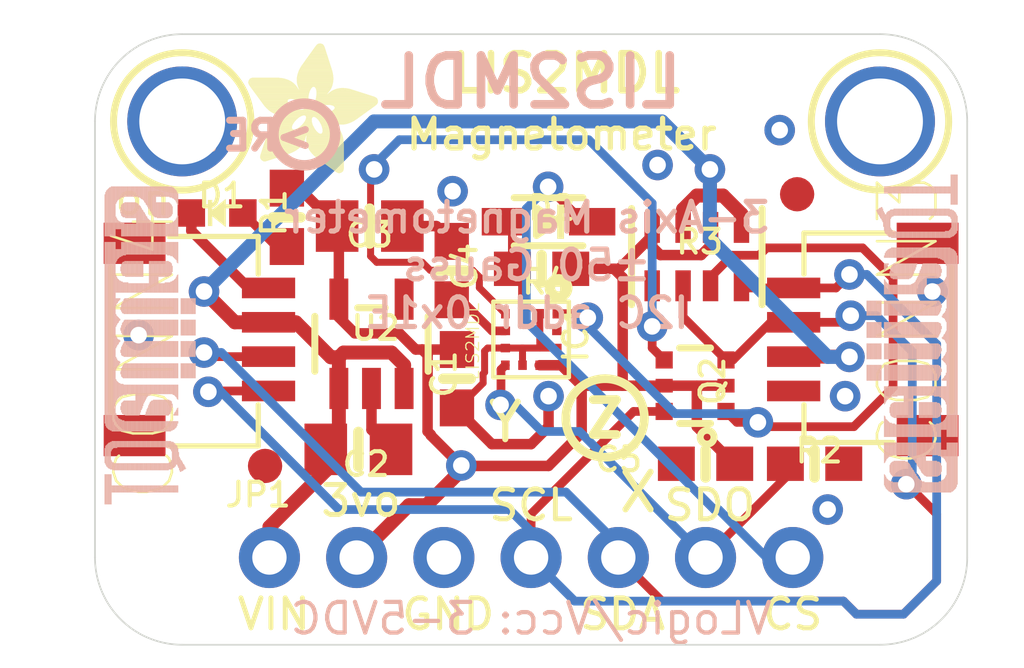
<source format=kicad_pcb>
(kicad_pcb (version 20211014) (generator pcbnew)
  (layers (0 "F.Cu" signal) (31 "B.Cu" signal) (34 "B.Paste" user) (35 "F.Paste" user) (36 "B.SilkS" user "B.Silkscreen") (37 "F.SilkS" user "F.Silkscreen") (38 "B.Mask" user) (39 "F.Mask" user) (44 "Edge.Cuts" user))
  (net 0 "")
  (net 1 "GND")
  (net 2 "3.3V")
  (net 3 "VCC")
  (net 4 "N$1")
  (net 5 "SDO")
  (net 6 "SDA_3V")
  (net 7 "SCL_3V")
  (net 8 "SCL")
  (net 9 "SDA")
  (net 10 "CS_3V")
  (net 11 "CS")
  (net 12 "CAP")
  (footprint "boardEagle:1X07_ROUND_70" (layer "F.Cu") (at 148.5011 111.3536)
    (fp_text reference "JP1" (at -8.9662 -1.8288) (layer "F.SilkS") (effects (font (size 0.692831 0.692831) (thickness 0.119969)) (justify left)))
    (fp_text value "")
    (pad "1" thru_hole circle (at -7.62 0 90) (size 1.778 1.778) (drill 1) (layers *.Cu *.Mask) (net 3 "VCC"))
    (pad "2" thru_hole circle (at -5.08 0 90) (size 1.778 1.778) (drill 1) (layers *.Cu *.Mask) (net 2 "3.3V"))
    (pad "3" thru_hole circle (at -2.54 0 90) (size 1.778 1.778) (drill 1) (layers *.Cu *.Mask) (net 1 "GND"))
    (pad "4" thru_hole circle (at 0 0 90) (size 1.778 1.778) (drill 1) (layers *.Cu *.Mask) (net 8 "SCL"))
    (pad "5" thru_hole circle (at 2.54 0 90) (size 1.778 1.778) (drill 1) (layers *.Cu *.Mask) (net 9 "SDA"))
    (pad "6" thru_hole circle (at 5.08 0 90) (size 1.778 1.778) (drill 1) (layers *.Cu *.Mask) (net 5 "SDO"))
    (pad "7" thru_hole circle (at 7.62 0 90) (size 1.778 1.778) (drill 1) (layers *.Cu *.Mask) (net 11 "CS"))
  )
  (footprint "boardEagle:ADAFRUIT_3.5MM" (layer "F.Cu") (at 140.2461 100.1776)
    (fp_text reference "U$11" hide)
    (fp_text value "" hide)
  )
  (footprint "boardEagle:CHIPLED_0603_NOOUTLINE" (layer "F.Cu") (at 139.3571 101.3206 90)
    (fp_text reference "D1" (at 0.508 0.889) (layer "F.SilkS") (effects (font (size 0.692831 0.692831) (thickness 0.119969)) (justify right)))
    (fp_text value "GREEN")
    (pad "A" smd rect (at 0 0.75 90) (size 0.8 0.8) (layers "F.Cu" "F.Paste" "F.Mask") (net 4 "N$1"))
    (pad "C" smd rect (at 0 -0.75 90) (size 0.8 0.8) (layers "F.Cu" "F.Paste" "F.Mask") (net 1 "GND"))
  )
  (footprint "boardEagle:LGA12_2X2MM" (layer "F.Cu") (at 148.5011 105.0036 -90)
    (fp_text reference "IC1" (at -1.1 -1.3 90) (layer "F.SilkS") (effects (font (size 0.692831 0.692831) (thickness 0.119969)) (justify right)))
    (fp_text value "LIS2MDL" (at -1.1 1.7 90) (layer "F.SilkS") (effects (font (size 0.369824 0.369824) (thickness 0.036576)) (justify right)))
    (pad "1" smd rect (at -0.75 -0.75 270) (size 0.275 0.25) (layers "F.Cu" "F.Paste" "F.Mask") (net 7 "SCL_3V"))
    (pad "2" smd rect (at -0.75 -0.25 270) (size 0.275 0.25) (layers "F.Cu" "F.Paste" "F.Mask") (net 1 "GND"))
    (pad "3" smd rect (at -0.75 0.25 270) (size 0.275 0.25) (layers "F.Cu" "F.Paste" "F.Mask") (net 10 "CS_3V"))
    (pad "4" smd rect (at -0.75 0.75 270) (size 0.275 0.25) (layers "F.Cu" "F.Paste" "F.Mask") (net 6 "SDA_3V"))
    (pad "5" smd rect (at -0.25 0.75) (size 0.275 0.25) (layers "F.Cu" "F.Paste" "F.Mask") (net 12 "CAP"))
    (pad "6" smd rect (at 0.25 0.75) (size 0.275 0.25) (layers "F.Cu" "F.Paste" "F.Mask") (net 1 "GND"))
    (pad "7" smd rect (at 0.75 0.75 90) (size 0.275 0.25) (layers "F.Cu" "F.Paste" "F.Mask") (net 5 "SDO"))
    (pad "8" smd rect (at 0.75 0.25 90) (size 0.275 0.25) (layers "F.Cu" "F.Paste" "F.Mask") (net 1 "GND"))
    (pad "9" smd rect (at 0.75 -0.25 90) (size 0.275 0.25) (layers "F.Cu" "F.Paste" "F.Mask") (net 2 "3.3V"))
    (pad "10" smd rect (at 0.75 -0.75 90) (size 0.275 0.25) (layers "F.Cu" "F.Paste" "F.Mask") (net 2 "3.3V"))
    (pad "11" smd rect (at 0.25 -0.75 180) (size 0.275 0.25) (layers "F.Cu" "F.Paste" "F.Mask") (net 1 "GND"))
    (pad "12" smd rect (at -0.25 -0.75 180) (size 0.275 0.25) (layers "F.Cu" "F.Paste" "F.Mask") (net 1 "GND"))
  )
  (footprint "" (layer "F.Cu") (at 158.6611 111.3536)
    (fp_text reference "@HOLE1" hide)
    (fp_text value "" (at 0 0) (layer "F.SilkS") (effects (font (size 1.27 1.27))))
    (pad "" np_thru_hole circle (at 0 0) (size 2.54 2.54) (drill 2.54) (layers *.Cu *.Mask))
  )
  (footprint "boardEagle:0805-NO" (layer "F.Cu") (at 143.8021 101.7016)
    (fp_text reference "C3" (at -0.762 0.254) (layer "F.SilkS") (effects (font (size 0.692831 0.692831) (thickness 0.119969)) (justify left)))
    (fp_text value "10uF")
    (pad "1" smd rect (at -0.95 0) (size 1.24 1.5) (layers "F.Cu" "F.Paste" "F.Mask") (net 2 "3.3V"))
    (pad "2" smd rect (at 0.95 0) (size 1.24 1.5) (layers "F.Cu" "F.Paste" "F.Mask") (net 1 "GND"))
  )
  (footprint "boardEagle:FIDUCIAL_1MM" (layer "F.Cu") (at 140.7541 108.6866)
    (fp_text reference "FID3" hide)
    (fp_text value "FIDUCIAL_1MM" hide)
    (pad "1" smd roundrect (at 0 0) (size 1 1) (layers "F.Cu" "F.Mask") (roundrect_rratio 0.5))
  )
  (footprint "boardEagle:0603-NO" (layer "F.Cu") (at 156.7561 108.6231 180)
    (fp_text reference "R2" (at -0.889 0.381) (layer "F.SilkS") (effects (font (size 0.692831 0.692831) (thickness 0.119969)) (justify right)))
    (fp_text value "10K")
    (pad "1" smd rect (at -0.85 0 180) (size 1.075 1) (layers "F.Cu" "F.Paste" "F.Mask") (net 1 "GND"))
    (pad "2" smd rect (at 0.85 0 180) (size 1.075 1) (layers "F.Cu" "F.Paste" "F.Mask") (net 5 "SDO"))
  )
  (footprint "boardEagle:0603-NO" (layer "F.Cu") (at 153.5811 108.6231 180)
    (fp_text reference "C5" (at 1.778 0.127) (layer "F.SilkS") (effects (font (size 0.692831 0.692831) (thickness 0.119969)) (justify right)))
    (fp_text value "1uF")
    (pad "1" smd rect (at -0.85 0 180) (size 1.075 1) (layers "F.Cu" "F.Paste" "F.Mask") (net 2 "3.3V"))
    (pad "2" smd rect (at 0.85 0 180) (size 1.075 1) (layers "F.Cu" "F.Paste" "F.Mask") (net 1 "GND"))
  )
  (footprint "boardEagle:FIDUCIAL_1MM" (layer "F.Cu") (at 156.2481 100.7745)
    (fp_text reference "FID4" hide)
    (fp_text value "FIDUCIAL_1MM" hide)
    (pad "1" smd roundrect (at 0 0) (size 1 1) (layers "F.Cu" "F.Mask") (roundrect_rratio 0.5))
  )
  (footprint "boardEagle:0805-NO" (layer "F.Cu") (at 143.4719 108.204)
    (fp_text reference "C2" (at -0.5334 0.4318) (layer "F.SilkS") (effects (font (size 0.692831 0.692831) (thickness 0.119969)) (justify left)))
    (fp_text value "10uF")
    (pad "1" smd rect (at -0.95 0) (size 1.24 1.5) (layers "F.Cu" "F.Paste" "F.Mask") (net 3 "VCC"))
    (pad "2" smd rect (at 0.95 0) (size 1.24 1.5) (layers "F.Cu" "F.Paste" "F.Mask") (net 1 "GND"))
  )
  (footprint "boardEagle:SOD-323" (layer "F.Cu") (at 149.0091 101.5746 180)
    (fp_text reference "D2" (at -0.846 0.397) (layer "F.SilkS") (effects (font (size 0.692831 0.692831) (thickness 0.119969)) (justify right)))
    (fp_text value "1N4148")
    (pad "A" smd rect (at 1.27 0 180) (size 1.35 0.8) (layers "F.Cu" "F.Paste" "F.Mask") (net 10 "CS_3V"))
    (pad "C" smd rect (at -1.27 0 180) (size 1.35 0.8) (layers "F.Cu" "F.Paste" "F.Mask") (net 11 "CS"))
  )
  (footprint "boardEagle:0603-NO" (layer "F.Cu") (at 141.3891 101.4476 -90)
    (fp_text reference "R1" (at -0.889 0.381 90) (layer "F.SilkS") (effects (font (size 0.692831 0.692831) (thickness 0.119969)) (justify right)))
    (fp_text value "10K")
    (pad "1" smd rect (at -0.85 0 270) (size 1.075 1) (layers "F.Cu" "F.Paste" "F.Mask") (net 2 "3.3V"))
    (pad "2" smd rect (at 0.85 0 270) (size 1.075 1) (layers "F.Cu" "F.Paste" "F.Mask") (net 4 "N$1"))
  )
  (footprint "boardEagle:JST_SH4" (layer "F.Cu") (at 158.6611 105.0036 90)
    (fp_text reference "CONN3" (at -3.838 0.831 90) (layer "F.SilkS") (effects (font (size 1.703222 1.703222) (thickness 0.074778)) (justify left)))
    (fp_text value "STEMMA_I2C_QT" hide)
    (pad "1" smd rect (at -1.5 -2.514 180) (size 1.55 0.6) (layers "F.Cu" "F.Paste" "F.Mask") (net 1 "GND"))
    (pad "2" smd rect (at -0.5 -2.514 180) (size 1.55 0.6) (layers "F.Cu" "F.Paste" "F.Mask") (net 3 "VCC"))
    (pad "3" smd rect (at 0.5 -2.514 180) (size 1.55 0.6) (layers "F.Cu" "F.Paste" "F.Mask") (net 9 "SDA"))
    (pad "4" smd rect (at 1.5 -2.514 180) (size 1.55 0.6) (layers "F.Cu" "F.Paste" "F.Mask") (net 8 "SCL"))
    (pad "MT1" smd rect (at -2.8 1.386 180) (size 1.8 1.2) (layers "F.Cu" "F.Paste" "F.Mask") (net 1 "GND"))
    (pad "MT2" smd rect (at 2.8 1.386 180) (size 1.8 1.2) (layers "F.Cu" "F.Paste" "F.Mask") (net 1 "GND"))
  )
  (footprint "boardEagle:SOT363" (layer "F.Cu") (at 153.2763 106.3498 90)
    (fp_text reference "Q2" (at -0.635 0.508 90) (layer "F.SilkS") (effects (font (size 0.692831 0.692831) (thickness 0.119969)) (justify left)))
    (fp_text value "BSS138")
    (pad "1" smd rect (at -0.75 0.9 90) (size 0.5 0.5) (layers "F.Cu" "F.Paste" "F.Mask") (net 7 "SCL_3V"))
    (pad "2" smd rect (at 0 0.9 90) (size 0.4 0.5) (layers "F.Cu" "F.Paste" "F.Mask") (net 2 "3.3V"))
    (pad "3" smd rect (at 0.75 0.9 90) (size 0.5 0.5) (layers "F.Cu" "F.Paste" "F.Mask") (net 9 "SDA"))
    (pad "4" smd rect (at 0.75 -0.9 90) (size 0.5 0.5) (layers "F.Cu" "F.Paste" "F.Mask") (net 6 "SDA_3V"))
    (pad "5" smd rect (at 0 -0.9 90) (size 0.4 0.5) (layers "F.Cu" "F.Paste" "F.Mask") (net 2 "3.3V"))
    (pad "6" smd rect (at -0.75 -0.9 90) (size 0.5 0.5) (layers "F.Cu" "F.Paste" "F.Mask") (net 8 "SCL"))
  )
  (footprint "boardEagle:MOUNTINGHOLE_2.5_PLATED" (layer "F.Cu") (at 158.6611 98.6536)
    (fp_text reference "U$17" hide)
    (fp_text value "MOUNTINGHOLE2.5" hide)
    (pad "P$1" thru_hole circle (at 0 0) (size 3.2 3.2) (drill 2.5) (layers *.Cu *.Mask))
  )
  (footprint "boardEagle:0603-NO" (layer "F.Cu") (at 148.8059 102.9462)
    (fp_text reference "R4" (at -0.635 0.381) (layer "F.SilkS") (effects (font (size 0.692831 0.692831) (thickness 0.119969)) (justify left)))
    (fp_text value "10K")
    (pad "1" smd rect (at -0.85 0) (size 1.075 1) (layers "F.Cu" "F.Paste" "F.Mask") (net 10 "CS_3V"))
    (pad "2" smd rect (at 0.85 0) (size 1.075 1) (layers "F.Cu" "F.Paste" "F.Mask") (net 2 "3.3V"))
  )
  (footprint "boardEagle:RESPACK_4X0603" (layer "F.Cu") (at 153.3271 102.5906 180)
    (fp_text reference "R3" (at -0.838 0.432) (layer "F.SilkS") (effects (font (size 0.692831 0.692831) (thickness 0.119969)) (justify right)))
    (fp_text value "10K")
    (pad "1" smd rect (at -1.3 0.85 180) (size 0.45 0.9) (layers "F.Cu" "F.Paste" "F.Mask") (net 3 "VCC"))
    (pad "2" smd rect (at -0.4 0.85 180) (size 0.45 0.9) (layers "F.Cu" "F.Paste" "F.Mask") (net 2 "3.3V"))
    (pad "3" smd rect (at 0.4 0.85 180) (size 0.45 0.9) (layers "F.Cu" "F.Paste" "F.Mask") (net 3 "VCC"))
    (pad "4" smd rect (at 1.3 0.85 180) (size 0.45 0.9) (layers "F.Cu" "F.Paste" "F.Mask") (net 2 "3.3V"))
    (pad "5" smd rect (at 1.3 -0.85 180) (size 0.45 0.9) (layers "F.Cu" "F.Paste" "F.Mask") (net 6 "SDA_3V"))
    (pad "6" smd rect (at 0.4 -0.85 180) (size 0.45 0.9) (layers "F.Cu" "F.Paste" "F.Mask") (net 9 "SDA"))
    (pad "7" smd rect (at -0.4 -0.85 180) (size 0.45 0.9) (layers "F.Cu" "F.Paste" "F.Mask") (net 7 "SCL_3V"))
    (pad "8" smd rect (at -1.3 -0.85 180) (size 0.45 0.9) (layers "F.Cu" "F.Paste" "F.Mask") (net 8 "SCL"))
  )
  (footprint "boardEagle:SOT23-5" (layer "F.Cu") (at 143.8529 105.1306)
    (fp_text reference "U2" (at 0.8922 -0.4572) (layer "F.SilkS") (effects (font (size 0.692831 0.692831) (thickness 0.119969)) (justify right)))
    (fp_text value "AP2112K-3.3")
    (pad "1" smd rect (at -0.95 1.3001) (size 0.55 1.2) (layers "F.Cu" "F.Paste" "F.Mask") (net 3 "VCC"))
    (pad "2" smd rect (at 0 1.3001) (size 0.55 1.2) (layers "F.Cu" "F.Paste" "F.Mask") (net 1 "GND"))
    (pad "3" smd rect (at 0.95 1.3001) (size 0.55 1.2) (layers "F.Cu" "F.Paste" "F.Mask") (net 3 "VCC"))
    (pad "4" smd rect (at 0.95 -1.3001) (size 0.55 1.2) (layers "F.Cu" "F.Paste" "F.Mask"))
    (pad "5" smd rect (at -0.95 -1.3001) (size 0.55 1.2) (layers "F.Cu" "F.Paste" "F.Mask") (net 2 "3.3V"))
  )
  (footprint "boardEagle:JST_SH4" (layer "F.Cu") (at 138.3411 105.0036 -90)
    (fp_text reference "CONN4" (at -3.965 1.085 90) (layer "F.SilkS") (effects (font (size 1.703222 1.703222) (thickness 0.074778)) (justify right)))
    (fp_text value "STEMMA_I2C_QT" hide)
    (pad "1" smd rect (at -1.5 -2.514) (size 1.55 0.6) (layers "F.Cu" "F.Paste" "F.Mask") (net 1 "GND"))
    (pad "2" smd rect (at -0.5 -2.514) (size 1.55 0.6) (layers "F.Cu" "F.Paste" "F.Mask") (net 3 "VCC"))
    (pad "3" smd rect (at 0.5 -2.514) (size 1.55 0.6) (layers "F.Cu" "F.Paste" "F.Mask") (net 9 "SDA"))
    (pad "4" smd rect (at 1.5 -2.514) (size 1.55 0.6) (layers "F.Cu" "F.Paste" "F.Mask") (net 8 "SCL"))
    (pad "MT1" smd rect (at -2.8 1.386) (size 1.8 1.2) (layers "F.Cu" "F.Paste" "F.Mask") (net 1 "GND"))
    (pad "MT2" smd rect (at 2.8 1.386) (size 1.8 1.2) (layers "F.Cu" "F.Paste" "F.Mask") (net 1 "GND"))
  )
  (footprint "" (layer "F.Cu") (at 138.3411 111.3536)
    (fp_text reference "@HOLE0" hide)
    (fp_text value "" (at 0 0) (layer "F.SilkS") (effects (font (size 1.27 1.27))))
    (pad "" np_thru_hole circle (at 0 0) (size 2.54 2.54) (drill 2.54) (layers *.Cu *.Mask))
  )
  (footprint "boardEagle:MOUNTINGHOLE_2.5_PLATED" (layer "F.Cu") (at 138.3411 98.6536)
    (fp_text reference "U$1" hide)
    (fp_text value "MOUNTINGHOLE2.5" hide)
    (pad "P$1" thru_hole circle (at 0 0) (size 3.2 3.2) (drill 2.5) (layers *.Cu *.Mask))
  )
  (footprint "boardEagle:0603-NO" (layer "F.Cu") (at 146.3421 106.1466 -90)
    (fp_text reference "C1" (at -0.889 0.381 90) (layer "F.SilkS") (effects (font (size 0.692831 0.692831) (thickness 0.119969)) (justify right)))
    (fp_text value "0.1uF")
    (pad "1" smd rect (at -0.85 0 270) (size 1.075 1) (layers "F.Cu" "F.Paste" "F.Mask") (net 2 "3.3V"))
    (pad "2" smd rect (at 0.85 0 270) (size 1.075 1) (layers "F.Cu" "F.Paste" "F.Mask") (net 1 "GND"))
  )
  (footprint "boardEagle:0603-NO" (layer "F.Cu") (at 146.1897 102.997 90)
    (fp_text reference "C4" (at -0.635 0.381 90) (layer "F.SilkS") (effects (font (size 0.692831 0.692831) (thickness 0.119969)) (justify left)))
    (fp_text value "0.1uF")
    (pad "1" smd rect (at -0.85 0 90) (size 1.075 1) (layers "F.Cu" "F.Paste" "F.Mask") (net 12 "CAP"))
    (pad "2" smd rect (at 0.85 0 90) (size 1.075 1) (layers "F.Cu" "F.Paste" "F.Mask") (net 1 "GND"))
  )
  (footprint "boardEagle:STEMMAQT" (layer "B.Cu") (at 158.2801 109.4486 90)
    (fp_text reference "U$30" hide)
    (fp_text value "" hide)
  )
  (footprint "boardEagle:PCBFEAT-REV-040" (layer "B.Cu") (at 141.8971 99.0346 180)
    (fp_text reference "U$25" hide)
    (fp_text value "" hide)
    (fp_text user ">REV" (at -0.3556 -0.508) (layer "B.SilkS") (effects (font (size 0.8128 0.8128) (thickness 0.2032)) (justify left bottom mirror)))
  )
  (footprint "boardEagle:STEMMAQT" (layer "B.Cu") (at 138.7221 100.5586 -90)
    (fp_text reference "U$31" hide)
    (fp_text value "" hide)
  )
  (gr_arc (start 150.6561 106.1456) (mid 151.464323 106.480377) (end 151.7991 107.2886) (layer "F.SilkS") (width 0.254))
  (gr_arc (start 150.6561 108.4316) (mid 149.842013 108.102687) (end 149.5131 107.2886) (layer "F.SilkS") (width 0.254))
  (gr_arc (start 149.5131 107.2886) (mid 149.847877 106.480377) (end 150.6561 106.1456) (layer "F.SilkS") (width 0.254))
  (gr_arc (start 151.7991 107.2886) (mid 151.464323 108.096823) (end 150.6561 108.4316) (layer "F.SilkS") (width 0.254))
  (gr_arc (start 161.2011 111.3536) (mid 160.457151 113.149651) (end 158.6611 113.8936) (layer "Edge.Cuts") (width 0.05))
  (gr_arc (start 138.3411 113.8936) (mid 136.545049 113.149651) (end 135.8011 111.3536) (layer "Edge.Cuts") (width 0.05))
  (gr_line (start 161.2011 111.3536) (end 161.2011 98.6536) (layer "Edge.Cuts") (width 0.05))
  (gr_line (start 138.3411 113.8936) (end 158.6611 113.8936) (layer "Edge.Cuts") (width 0.05))
  (gr_line (start 135.8011 98.6536) (end 135.8011 111.3536) (layer "Edge.Cuts") (width 0.05))
  (gr_arc (start 158.6611 96.1136) (mid 160.457151 96.857549) (end 161.2011 98.6536) (layer "Edge.Cuts") (width 0.05))
  (gr_arc (start 135.8011 98.6536) (mid 136.545049 96.857549) (end 138.3411 96.1136) (layer "Edge.Cuts") (width 0.05))
  (gr_line (start 158.6611 96.1136) (end 138.3411 96.1136) (layer "Edge.Cuts") (width 0.05))
  (gr_text "LIS2MDL" (at 148.5011 97.5106) (layer "B.SilkS") (effects (font (size 1.42494 1.42494) (thickness 0.25146)) (justify mirror)))
  (gr_text "3-Axis Magnetometer\n±50 Gauss\nI2C addr 0x1E" (at 148.3741 102.8446) (layer "B.SilkS") (effects (font (size 0.8636 0.8636) (thickness 0.1524)) (justify mirror)))
  (gr_text "VLogic/Vcc: 3-5VDC" (at 148.5011 113.1316) (layer "B.SilkS") (effects (font (size 0.89408 0.89408) (thickness 0.12192)) (justify mirror)))
  (gr_text "X" (at 152.2516 108.8146) (layer "F.SilkS") (effects (font (size 1.0922 1.0922) (thickness 0.1778)) (justify right top)))
  (gr_text "Y" (at 147.1636 108.0506) (layer "F.SilkS") (effects (font (size 1.0922 1.0922) (thickness 0.1778)) (justify left bottom)))
  (gr_text "SCL" (at 148.5011 109.8296) (layer "F.SilkS") (effects (font (size 0.87376 0.87376) (thickness 0.14224))))
  (gr_text "3vo" (at 143.5481 109.7026) (layer "F.SilkS") (effects (font (size 0.87376 0.87376) (thickness 0.14224))))
  (gr_text "CS" (at 156.1211 113.0046) (layer "F.SilkS") (effects (font (size 0.87376 0.87376) (thickness 0.14224))))
  (gr_text "on" (at 136.3091 101.4476) (layer "F.SilkS") (effects (font (size 0.89408 0.89408) (thickness 0.12192)) (justify left bottom)))
  (gr_text "LIS2MDL" (at 149.5171 97.2566) (layer "F.SilkS") (effects (font (size 1.0795 1.0795) (thickness 0.1905))))
  (gr_text "Magnetometer" (at 149.3901 99.0346) (layer "F.SilkS") (effects (font (size 0.8636 0.8636) (thickness 0.1524))))
  (gr_text "VIN" (at 141.0081 113.0046) (layer "F.SilkS") (effects (font (size 0.87376 0.87376) (thickness 0.14224))))
  (gr_text "SDA" (at 151.1681 113.0046) (layer "F.SilkS") (effects (font (size 0.87376 0.87376) (thickness 0.14224))))
  (gr_text "Z" (at 151.2991 106.7191) (layer "F.SilkS") (effects (font (size 1.016 1.016) (thickness 0.254)) (justify right top)))
  (gr_text "GND" (at 146.0881 113.0046) (layer "F.SilkS") (effects (font (size 0.87376 0.87376) (thickness 0.14224))))
  (gr_text "SDO" (at 153.7081 109.8296) (layer "F.SilkS") (effects (font (size 0.87376 0.87376) (thickness 0.14224))))
  (segment (start 146.3421 106.9966) (end 146.3421 107.0356) (width 0.3048) (layer "F.Cu") (net 1))
  (segment (start 147.1041 106.2736) (end 146.3811 106.9966) (width 0.2032) (layer "F.Cu") (net 1))
  (segment (start 145.7443 101.7016) (end 144.7521 101.7016) (width 0.3048) (layer "F.Cu") (net 1))
  (segment (start 148.7551 104.2576) (end 148.7551 105.2536) (width 0.2032) (layer "F.Cu") (net 1))
  (segment (start 148.2511 105.7536) (end 148.2511 105.2616) (width 0.2032) (layer "F.Cu") (net 1))
  (segment (start 146.3421 107.0356) (end 147.3581 108.0516) (width 0.3048) (layer "F.Cu") (net 1))
  (segment (start 147.1469 105.3418) (end 147.1469 105.96035) (width 0.2032) (layer "F.Cu") (net 1))
  (segment (start 148.2431 105.2536) (end 147.7511 105.2536) (width 0.2032) (layer "F.Cu") (net 1))
  (segment (start 148.7511 104.2536) (end 148.7551 104.2576) (width 0.2032) (layer "F.Cu") (net 1))
  (segment (start 147.1041 106.00315) (end 147.1041 106.2736) (width 0.2032) (layer "F.Cu") (net 1))
  (segment (start 138.6071 101.8406) (end 140.2701 103.5036) (width 0.3048) (layer "F.Cu") (net 1))
  (segment (start 143.8529 107.635) (end 144.4219 108.204) (width 0.3048) (layer "F.Cu") (net 1))
  (segment (start 146.3811 106.9966) (end 146.3421 106.9966) (width 0.2032) (layer "F.Cu") (net 1))
  (segment (start 148.7551 105.2536) (end 149.2511 105.2536) (width 0.2032) (layer "F.Cu") (net 1))
  (segment (start 147.7511 105.2536) (end 147.2351 105.2536) (width 0.2032) (layer "F.Cu") (net 1))
  (segment (start 143.8529 106.4307) (end 143.8529 107.635) (width 0.3048) (layer "F.Cu") (net 1))
  (segment (start 147.3581 108.0516) (end 148.5011 108.0516) (width 0.3048) (layer "F.Cu") (net 1))
  (segment (start 148.5011 108.0516) (end 149.0091 107.5436) (width 0.3048) (layer "F.Cu") (net 1))
  (segment (start 146.1897 102.147) (end 145.7443 101.7016) (width 0.3048) (layer "F.Cu") (net 1))
  (segment (start 147.1469 105.96035) (end 147.1041 106.00315) (width 0.2032) (layer "F.Cu") (net 1))
  (segment (start 148.2591 105.2536) (end 148.7551 105.2536) (width 0.2032) (layer "F.Cu") (net 1))
  (segment (start 138.6071 101.3206) (end 138.6071 101.8406) (width 0.3048) (layer "F.Cu") (net 1))
  (segment (start 147.2351 105.2536) (end 147.1469 105.3418) (width 0.2032) (layer "F.Cu") (net 1))
  (segment (start 149.0091 107.5436) (end 149.0091 106.6546) (width 0.3048) (layer "F.Cu") (net 1))
  (segment (start 140.2701 103.5036) (end 140.8551 103.5036) (width 0.3048) (layer "F.Cu") (net 1))
  (segment (start 148.2511 105.2616) (end 148.2431 105.2536) (width 0.2032) (layer "F.Cu") (net 1))
  (segment (start 148.2511 105.2616) (end 148.2591 105.2536) (width 0.2032) (layer "F.Cu") (net 1))
  (via (at 157.6451 106.6546) (size 0.889) (drill 0.4826) (layers "F.Cu" "B.Cu") (net 1))
  (via (at 146.2151 100.6856) (size 0.889) (drill 0.4826) (layers "F.Cu" "B.Cu") (net 1))
  (via (at 160.1851 103.6066) (size 0.889) (drill 0.4826) (layers "F.Cu" "B.Cu") (net 1))
  (via (at 152.1841 99.9236) (size 0.889) (drill 0.4826) (layers "F.Cu" "B.Cu") (net 1))
  (via (at 137.0711 104.8766) (size 0.889) (drill 0.4826) (layers "F.Cu" "B.Cu") (net 1))
  (via (at 157.1371 109.9566) (size 0.889) (drill 0.4826) (layers "F.Cu" "B.Cu") (net 1))
  (via (at 155.7401 98.9076) (size 0.889) (drill 0.4826) (layers "F.Cu" "B.Cu") (net 1))
  (via (at 149.0091 106.6546) (size 0.889) (drill 0.4826) (layers "F.Cu" "B.Cu") (net 1))
  (segment (start 153.451 102.5462) (end 153.7271 102.2701) (width 0.3048) (layer "F.Cu") (net 2))
  (segment (start 150.9141 102.9462) (end 151.0665 102.9462) (width 0.3048) (layer "F.Cu") (net 2))
  (segment (start 149.9743 107.7214) (end 149.9743 106.3498) (width 0.3048) (layer "F.Cu") (net 2))
  (segment (start 153.3271 107.5436) (end 154.4066 108.6231) (width 0.3048) (layer "F.Cu") (net 2))
  (segment (start 154.4066 108.6231) (end 154.4311 108.6231) (width 0.3048) (layer "F.Cu") (net 2))
  (segment (start 152.2667 102.5462) (end 153.451 102.5462) (width 0.3048) (layer "F.Cu") (net 2))
  (segment (start 145.4531 109.8296) (end 146.4691 108.8136) (width 0.4064) (layer "F.Cu") (net 2))
  (segment (start 146.4691 108.8136) (end 146.4691 108.6866) (width 0.4064) (layer "F.Cu") (net 2))
  (segment (start 146.4691 108.6866) (end 149.0091 108.6866) (width 0.3048) (layer "F.Cu") (net 2))
  (segment (start 146.3421 105.2966) (end 145.3261 105.2966) (width 0.3048) (layer "F.Cu") (net 2))
  (segment (start 144.9451 109.8296) (end 145.4531 109.8296) (width 0.4064) (layer "F.Cu") (net 2))
  (segment (start 152.3763 106.3498) (end 153.3271 106.3498) (width 0.3048) (layer "F.Cu") (net 2))
  (segment (start 144.668568 104.8258) (end 143.3703 104.8258) (width 0.3048) (layer "F.Cu") (net 2))
  (segment (start 145.3261 105.2966) (end 145.4865 105.457) (width 0.3048) (layer "F.Cu") (net 2))
  (segment (start 142.9029 104.3584) (end 142.9029 103.8305) (width 0.3048) (layer "F.Cu") (net 2))
  (segment (start 153.7271 102.2701) (end 153.7271 101.7406) (width 0.3048) (layer "F.Cu") (net 2))
  (segment (start 153.3271 106.3498) (end 153.3271 107.5436) (width 0.3048) (layer "F.Cu") (net 2))
  (segment (start 145.4865 105.457) (end 145.4865 107.681394) (width 0.3048) (layer "F.Cu") (net 2))
  (segment (start 143.4211 111.3536) (end 144.9451 109.8296) (width 0.4064) (layer "F.Cu") (net 2))
  (segment (start 145.4865 107.681394) (end 145.5801 107.774994) (width 0.3048) (layer "F.Cu") (net 2))
  (segment (start 145.139368 105.2966) (end 144.668568 104.8258) (width 0.3048) (layer "F.Cu") (net 2))
  (segment (start 142.9029 103.8305) (end 142.9029 101.7524) (width 0.3048) (layer "F.Cu") (net 2))
  (segment (start 148.7511 105.7536) (end 149.2511 105.7536) (width 0.3048) (layer "F.Cu") (net 2))
  (segment (start 151.0665 102.9462) (end 152.0271 101.9856) (width 0.3048) (layer "F.Cu") (net 2))
  (segment (start 152.0271 101.7406) (end 152.0271 102.3066) (width 0.3048) (layer "F.Cu") (net 2))
  (segment (start 151.1681 103.2002) (end 151.1681 106.3498) (width 0.3048) (layer "F.Cu") (net 2))
  (segment (start 145.5801 107.774994) (end 145.5801 107.7976) (width 0.3048) (layer "F.Cu") (net 2))
  (segment (start 152.0271 101.9856) (end 152.0271 101.7406) (width 0.3048) (layer "F.Cu") (net 2))
  (segment (start 149.6559 102.9462) (end 150.9141 102.9462) (width 0.3048) (layer "F.Cu") (net 2))
  (segment (start 142.9029 101.7524) (end 142.8521 101.7016) (width 0.3048) (layer "F.Cu") (net 2))
  (segment (start 152.3763 106.3498) (end 151.1681 106.3498) (width 0.3048) (layer "F.Cu") (net 2))
  (segment (start 146.4691 108.6866) (end 146.4691 108.6739) (width 0.3048) (layer "F.Cu") (net 2))
  (segment (start 145.139368 105.2966) (end 145.3261 105.2966) (width 0.3048) (layer "F.Cu") (net 2))
  (segment (start 150.9141 102.9462) (end 151.1681 103.2002) (width 0.3048) (layer "F.Cu") (net 2))
  (segment (start 149.0091 108.6866) (end 149.9743 107.7214) (width 0.3048) (layer "F.Cu") (net 2))
  (segment (start 149.9743 106.3498) (end 149.3781 105.7536) (width 0.3048) (layer "F.Cu") (net 2))
  (segment (start 143.3703 104.8258) (end 142.9029 104.3584) (width 0.3048) (layer "F.Cu") (net 2))
  (segment (start 153.3271 106.3498) (end 154.1763 106.3498) (width 0.3048) (layer "F.Cu") (net 2))
  (segment (start 152.0271 102.3066) (end 152.2667 102.5462) (width 0.3048) (layer "F.Cu") (net 2))
  (segment (start 141.7481 100.5976) (end 142.8521 101.7016) (width 0.3048) (layer "F.Cu") (net 2))
  (segment (start 141.3891 100.5976) (end 141.7481 100.5976) (width 0.3048) (layer "F.Cu") (net 2))
  (segment (start 151.1681 106.3498) (end 149.9743 106.3498) (width 0.3048) (layer "F.Cu") (net 2))
  (segment (start 145.5801 107.7976) (end 146.4691 108.6866) (width 0.3048) (layer "F.Cu") (net 2))
  (segment (start 149.3781 105.7536) (end 149.2511 105.7536) (width 0.3048) (layer "F.Cu") (net 2))
  (via (at 146.4691 108.6739) (size 0.889) (drill 0.4826) (layers "F.Cu" "B.Cu") (net 2))
  (segment (start 140.8551 104.5036) (end 141.6511 104.5036) (width 0.4064) (layer "F.Cu") (net 3))
  (segment (start 153.3271 100.8126) (end 153.7081 100.8126) (width 0.4064) (layer "F.Cu") (net 3))
  (segment (start 142.6693 105.5218) (end 142.9029 105.5218) (width 0.4064) (layer "F.Cu") (net 3))
  (segment (start 142.9029 107.823) (end 142.5219 108.204) (width 0.4064) (layer "F.Cu") (net 3))
  (segment (start 140.8551 104.5036) (end 139.8731 104.5036) (width 0.4064) (layer "F.Cu") (net 3))
  (segment (start 142.9029 106.4307) (end 142.9029 107.823) (width 0.4064) (layer "F.Cu") (net 3))
  (segment (start 154.0891 100.8126) (end 154.6271 101.3506) (width 0.4064) (layer "F.Cu") (net 3))
  (segment (start 142.9029 105.5218) (end 143.0401 105.3846) (width 0.4064) (layer "F.Cu") (net 3))
  (segment (start 142.5219 108.8238) (end 140.8811 110.4646) (width 0.4064) (layer "F.Cu") (net 3))
  (segment (start 140.8811 110.4646) (end 140.8811 111.3536) (width 0.4064) (layer "F.Cu") (net 3))
  (segment (start 157.7641 105.5036) (end 157.7721 105.5116) (width 0.4064) (layer "F.Cu") (net 3))
  (segment (start 142.5219 108.204) (end 142.5219 108.8238) (width 0.4064) (layer "F.Cu") (net 3))
  (segment (start 154.6271 101.3506) (end 154.6271 101.7406) (width 0.4064) (layer "F.Cu") (net 3))
  (segment (start 144.8029 105.7504) (end 144.4371 105.3846) (width 0.4064) (layer "F.Cu") (net 3))
  (segment (start 152.9271 101.2126) (end 152.9271 101.7406) (width 0.4064) (layer "F.Cu") (net 3))
  (segment (start 153.7081 100.0506) (end 153.7081 100.8126) (width 0.4064) (layer "F.Cu") (net 3))
  (segment (start 153.7081 100.8126) (end 154.0891 100.8126) (width 0.4064) (layer "F.Cu") (net 3))
  (segment (start 142.9029 106.4307) (end 142.9029 105.5218) (width 0.4064) (layer "F.Cu") (net 3))
  (segment (start 143.0401 105.3846) (end 144.4371 105.3846) (width 0.4064) (layer "F.Cu") (net 3))
  (segment (start 156.1471 105.5036) (end 157.7641 105.5036) (width 0.4064) (layer "F.Cu") (net 3))
  (segment (start 139.8731 104.5036) (end 138.9761 103.6066) (width 0.4064) (layer "F.Cu") (net 3))
  (segment (start 144.8029 106.4307) (end 144.8029 105.7504) (width 0.4064) (layer "F.Cu") (net 3))
  (segment (start 141.6511 104.5036) (end 142.6693 105.5218) (width 0.4064) (layer "F.Cu") (net 3))
  (segment (start 152.9271 101.2126) (end 153.3271 100.8126) (width 0.4064) (layer "F.Cu") (net 3))
  (via (at 153.7081 100.0506) (size 0.889) (drill 0.4826) (layers "F.Cu" "B.Cu") (net 3))
  (via (at 138.9761 103.6066) (size 0.889) (drill 0.4826) (layers "F.Cu" "B.Cu") (net 3))
  (via (at 157.7721 105.5116) (size 0.889) (drill 0.4826) (layers "F.Cu" "B.Cu") (net 3))
  (segment (start 153.7081 102.0826) (end 153.7081 100.0506) (width 0.4064) (layer "B.Cu") (net 3))
  (segment (start 138.9761 103.6066) (end 143.9291 98.6536) (width 0.4064) (layer "B.Cu") (net 3))
  (segment (start 143.9291 98.6536) (end 152.3111 98.6536) (width 0.4064) (layer "B.Cu") (net 3))
  (segment (start 157.1371 105.5116) (end 153.7081 102.0826) (width 0.4064) (layer "B.Cu") (net 3))
  (segment (start 157.7721 105.5116) (end 157.1371 105.5116) (width 0.4064) (layer "B.Cu") (net 3))
  (segment (start 152.3111 98.6536) (end 153.7081 100.0506) (width 0.4064) (layer "B.Cu") (net 3))
  (segment (start 140.1071 101.3206) (end 141.0841 102.2976) (width 0.254) (layer "F.Cu") (net 4))
  (segment (start 141.0841 102.2976) (end 141.3891 102.2976) (width 0.254) (layer "F.Cu") (net 4))
  (segment (start 147.6241 105.8806) (end 147.6241 106.7696) (width 0.254) (layer "F.Cu") (net 5))
  (segment (start 147.5486 106.8451) (end 147.6121 106.9086) (width 0.254) (layer "F.Cu") (net 5))
  (segment (start 147.6241 106.7696) (end 147.5486 106.8451) (width 0.254) (layer "F.Cu") (net 5))
  (segment (start 147.7511 105.7536) (end 147.6241 105.8806) (width 0.254) (layer "F.Cu") (net 5))
  (segment (start 155.9061 109.0286) (end 153.5811 111.3536) (width 0.254) (layer "F.Cu") (net 5))
  (segment (start 155.9061 108.6231) (end 155.9061 109.0286) (width 0.254) (layer "F.Cu") (net 5))
  (via (at 147.6121 106.9086) (size 0.889) (drill 0.4826) (layers "F.Cu" "B.Cu") (net 5))
  (segment (start 148.815206 107.6833) (end 149.9108 107.6833) (width 0.254) (layer "B.Cu") (net 5))
  (segment (start 148.040506 106.9086) (end 148.815206 107.6833) (width 0.254) (layer "B.Cu") (net 5))
  (segment (start 149.9108 107.6833) (end 153.5811 111.3536) (width 0.254) (layer "B.Cu") (net 5))
  (segment (start 147.6121 106.9086) (end 148.040506 106.9086) (width 0.254) (layer "B.Cu") (net 5))
  (segment (start 147.7511 104.2536) (end 146.9945 103.497) (width 0.2032) (layer "F.Cu") (net 6))
  (segment (start 152.0271 103.4406) (end 152.0271 104.6226) (width 0.254) (layer "F.Cu") (net 6))
  (segment (start 145.56345 102.9893) (end 145.33055 102.7564) (width 0.2032) (layer "F.Cu") (net 6))
  (segment (start 144.00585 102.7564) (end 143.8273 102.57785) (width 0.2032) (layer "F.Cu") (net 6))
  (segment (start 143.8273 102.57785) (end 143.8273 100.0758) (width 0.2032) (layer "F.Cu") (net 6))
  (segment (start 146.9945 103.18325) (end 146.80055 102.9893) (width 0.2032) (layer "F.Cu") (net 6))
  (segment (start 145.33055 102.7564) (end 144.00585 102.7564) (width 0.2032) (layer "F.Cu") (net 6))
  (segment (start 143.8525 100.0506) (end 143.8273 100.0758) (width 0.254) (layer "F.Cu") (net 6))
  (segment (start 146.80055 102.9893) (end 145.56345 102.9893) (width 0.2032) (layer "F.Cu") (net 6))
  (segment (start 152.0271 104.6226) (end 152.0271 105.2506) (width 0.254) (layer "F.Cu") (net 6))
  (segment (start 143.9291 100.0506) (end 143.8525 100.0506) (width 0.254) (layer "F.Cu") (net 6))
  (segment (start 146.9945 103.497) (end 146.9945 103.18325) (width 0.2032) (layer "F.Cu") (net 6))
  (segment (start 152.0271 105.2506) (end 152.3763 105.5998) (width 0.254) (layer "F.Cu") (net 6))
  (via (at 143.9291 100.0506) (size 0.889) (drill 0.4826) (layers "F.Cu" "B.Cu") (net 6))
  (via (at 152.0271 104.6226) (size 0.889) (drill 0.4826) (layers "F.Cu" "B.Cu") (net 6))
  (segment (start 143.9291 100.0506) (end 143.9291 99.9236) (width 0.254) (layer "B.Cu") (net 6))
  (segment (start 144.6657 99.187) (end 150.1775 99.187) (width 0.254) (layer "B.Cu") (net 6))
  (segment (start 150.1775 99.187) (end 152.0271 101.0366) (width 0.254) (layer "B.Cu") (net 6))
  (segment (start 152.0271 101.0366) (end 152.0271 104.6226) (width 0.254) (layer "B.Cu") (net 6))
  (segment (start 144.6657 99.187) (end 143.9291 99.9236) (width 0.254) (layer "B.Cu") (net 6))
  (segment (start 153.7271 103.4406) (end 153.7271 103.1866) (width 0.254) (layer "F.Cu") (net 7))
  (segment (start 159.0421 106.4006) (end 159.0421 103.2256) (width 0.254) (layer "F.Cu") (net 7))
  (segment (start 158.1531 102.3366) (end 155.3591 102.3366) (width 0.254) (layer "F.Cu") (net 7))
  (segment (start 155.1051 107.4166) (end 155.2321 107.5436) (width 0.254) (layer "F.Cu") (net 7))
  (segment (start 159.0421 103.2256) (end 158.1531 102.3366) (width 0.254) (layer "F.Cu") (net 7))
  (segment (start 154.1763 107.0998) (end 154.4931 107.4166) (width 0.254) (layer "F.Cu") (net 7))
  (segment (start 157.8991 107.5436) (end 155.2321 107.5436) (width 0.254) (layer "F.Cu") (net 7))
  (segment (start 154.3621 102.5516) (end 153.7271 103.1866) (width 0.254) (layer "F.Cu") (net 7))
  (segment (start 155.3591 102.3366) (end 155.1441 102.5516) (width 0.254) (layer "F.Cu") (net 7))
  (segment (start 155.1441 102.5516) (end 154.3621 102.5516) (width 0.254) (layer "F.Cu") (net 7))
  (segment (start 157.8991 107.5436) (end 159.0421 106.4006) (width 0.254) (layer "F.Cu") (net 7))
  (segment (start 155.1051 107.4166) (end 154.4931 107.4166) (width 0.254) (layer "F.Cu") (net 7))
  (segment (start 149.2511 104.2536) (end 150.0371 104.2536) (width 0.254) (layer "F.Cu") (net 7))
  (segment (start 150.0371 104.2536) (end 150.1521 104.3686) (width 0.254) (layer "F.Cu") (net 7))
  (via (at 155.1051 107.4166) (size 0.889) (drill 0.4826) (layers "F.Cu" "B.Cu") (net 7))
  (via (at 150.1521 104.3686) (size 0.889) (drill 0.4826) (layers "F.Cu" "B.Cu") (net 7))
  (segment (start 154.8511 107.1626) (end 155.1051 107.4166) (width 0.254) (layer "B.Cu") (net 7))
  (segment (start 150.1521 104.3686) (end 150.1521 104.6226) (width 0.254) (layer "B.Cu") (net 7))
  (segment (start 154.8511 107.1626) (end 152.6921 107.1626) (width 0.254) (layer "B.Cu") (net 7))
  (segment (start 152.6921 107.1626) (end 150.1521 104.6226) (width 0.254) (layer "B.Cu") (net 7))
  (segment (start 152.3763 107.0998) (end 151.4849 107.0998) (width 0.254) (layer "F.Cu") (net 8))
  (segment (start 156.1471 103.5036) (end 154.6901 103.5036) (width 0.254) (layer "F.Cu") (net 8))
  (segment (start 139.1271 106.5036) (end 139.1031 106.5276) (width 0.254) (layer "F.Cu") (net 8))
  (segment (start 156.1471 103.5036) (end 157.3798 103.5036) (width 0.254) (layer "F.Cu") (net 8))
  (segment (start 157.3798 103.5036) (end 157.7721 103.1113) (width 0.254) (layer "F.Cu") (net 8))
  (segment (start 151.4849 107.0998) (end 148.5011 110.0836) (width 0.254) (layer "F.Cu") (net 8))
  (segment (start 140.8551 106.5036) (end 139.1271 106.5036) (width 0.254) (layer "F.Cu") (net 8))
  (segment (start 154.6901 103.5036) (end 154.6271 103.4406) (width 0.254) (layer "F.Cu") (net 8))
  (segment (start 148.5011 110.0836) (end 148.5011 111.3536) (width 0.254) (layer "F.Cu") (net 8))
  (via (at 139.1031 106.5276) (size 0.889) (drill 0.4826) (layers "F.Cu" "B.Cu") (net 8))
  (via (at 157.7721 103.1113) (size 0.889) (drill 0.4826) (layers "F.Cu" "B.Cu") (net 8))
  (segment (start 160.3121 105.1433) (end 158.2801 103.1113) (width 0.254) (layer "B.Cu") (net 8))
  (segment (start 160.3121 112.037469) (end 160.3121 105.1433) (width 0.254) (layer "B.Cu") (net 8))
  (segment (start 148.5011 111.3536) (end 149.7711 112.6236) (width 0.254) (layer "B.Cu") (net 8))
  (segment (start 139.472518 106.5276) (end 142.901518 109.9566) (width 0.254) (layer "B.Cu") (net 8))
  (segment (start 148.5011 110.5916) (end 148.5011 111.3536) (width 0.254) (layer "B.Cu") (net 8))
  (segment (start 159.344968 113.0046) (end 160.3121 112.037469) (width 0.254) (layer "B.Cu") (net 8))
  (segment (start 157.977231 113.0046) (end 159.344968 113.0046) (width 0.254) (layer "B.Cu") (net 8))
  (segment (start 157.7721 103.1113) (end 158.2801 103.1113) (width 0.254) (layer "B.Cu") (net 8))
  (segment (start 142.901518 109.9566) (end 147.8661 109.9566) (width 0.254) (layer "B.Cu") (net 8))
  (segment (start 147.8661 109.9566) (end 148.5011 110.5916) (width 0.254) (layer "B.Cu") (net 8))
  (segment (start 139.1031 106.5276) (end 139.472518 106.5276) (width 0.254) (layer "B.Cu") (net 8))
  (segment (start 149.7711 112.6236) (end 157.596231 112.6236) (width 0.254) (layer "B.Cu") (net 8))
  (segment (start 157.596231 112.6236) (end 157.977231 113.0046) (width 0.254) (layer "B.Cu") (net 8))
  (segment (start 156.1471 104.5036) (end 155.4781 104.5036) (width 0.254) (layer "F.Cu") (net 9))
  (segment (start 159.344968 113.0046) (end 160.3121 112.037469) (width 0.254) (layer "F.Cu") (net 9))
  (segment (start 159.446287 109.217788) (end 159.4263 109.217788) (width 0.254) (layer "F.Cu") (net 9))
  (segment (start 140.8551 105.5036) (end 139.0951 105.5036) (width 0.254) (layer "F.Cu") (net 9))
  (segment (start 139.0951 105.5036) (end 138.9761 105.3846) (width 0.254) (layer "F.Cu") (net 9))
  (segment (start 151.0411 111.3536) (end 152.3111 112.6236) (width 0.254) (layer "F.Cu") (net 9))
  (segment (start 157.596231 112.6236) (end 157.977231 113.0046) (width 0.254) (layer "F.Cu") (net 9))
  (segment (start 160.3121 112.037469) (end 160.3121 110.0836) (width 0.254) (layer "F.Cu") (net 9))
  (segment (start 152.3111 112.6236) (end 157.596231 112.6236) (width 0.254) (layer "F.Cu") (net 9))
  (segment (start 157.808643 104.31145) (end 157.616493 104.5036) (width 0.254) (layer "F.Cu") (net 9))
  (segment (start 160.3121 110.0836) (end 159.446287 109.217788) (width 0.254) (layer "F.Cu") (net 9))
  (segment (start 152.9271 104.3506) (end 154.1763 105.5998) (width 0.254) (layer "F.Cu") (net 9))
  (segment (start 152.9271 103.4406) (end 152.9271 104.3506) (width 0.254) (layer "F.Cu") (net 9))
  (segment (start 154.3819 105.5998) (end 154.1763 105.5998) (width 0.254) (layer "F.Cu") (net 9))
  (segment (start 157.616493 104.5036) (end 156.1471 104.5036) (width 0.254) (layer "F.Cu") (net 9))
  (segment (start 157.977231 113.0046) (end 159.344968 113.0046) (width 0.254) (layer "F.Cu") (net 9))
  (segment (start 155.4781 104.5036) (end 154.3819 105.5998) (width 0.254) (layer "F.Cu") (net 9))
  (via (at 157.808643 104.31145) (size 0.889) (drill 0.4826) (layers "F.Cu" "B.Cu") (net 9))
  (via (at 138.9761 105.3846) (size 0.889) (drill 0.4826) (layers "F.Cu" "B.Cu") (net 9))
  (via (at 159.4263 109.217788) (size 0.889) (drill 0.4826) (layers "F.Cu" "B.Cu") (net 9))
  (segment (start 157.808643 104.31145) (end 158.556543 104.31145) (width 0.254) (layer "B.Cu") (net 9))
  (segment (start 151.0411 110.9726) (end 151.0411 111.3536) (width 0.254) (layer "B.Cu") (net 9))
  (segment (start 149.5171 109.4486) (end 151.0411 110.9726) (width 0.254) (layer "B.Cu") (net 9))
  (segment (start 143.5481 109.4486) (end 149.5171 109.4486) (width 0.254) (layer "B.Cu") (net 9))
  (segment (start 138.9761 105.3846) (end 139.4841 105.3846) (width 0.254) (layer "B.Cu") (net 9))
  (segment (start 159.6009 105.355807) (end 158.556543 104.31145) (width 0.254) (layer "B.Cu") (net 9))
  (segment (start 159.4263 109.217788) (end 159.6009 109.043188) (width 0.254) (layer "B.Cu") (net 9))
  (segment (start 139.4841 105.3846) (end 143.5481 109.4486) (width 0.254) (layer "B.Cu") (net 9))
  (segment (start 159.6009 105.355807) (end 159.6009 109.043188) (width 0.254) (layer "B.Cu") (net 9))
  (segment (start 148.2511 104.2536) (end 148.2511 103.2414) (width 0.254) (layer "F.Cu") (net 10))
  (segment (start 147.9559 102.9462) (end 147.9559 101.7914) (width 0.254) (layer "F.Cu") (net 10))
  (segment (start 147.9559 101.7914) (end 147.7391 101.5746) (width 0.254) (layer "F.Cu") (net 10))
  (segment (start 148.2511 103.2414) (end 147.9559 102.9462) (width 0.254) (layer "F.Cu") (net 10))
  (segment (start 150.0124 101.5746) (end 148.9964 100.5586) (width 0.254) (layer "F.Cu") (net 11))
  (segment (start 150.2791 101.5746) (end 150.0124 101.5746) (width 0.254) (layer "F.Cu") (net 11))
  (via (at 148.9964 100.5586) (size 0.889) (drill 0.4826) (layers "F.Cu" "B.Cu") (net 11))
  (segment (start 156.1211 111.3536) (end 155.3591 111.3536) (width 0.254) (layer "B.Cu") (net 11))
  (segment (start 148.3614 101.1936) (end 148.3614 104.4829) (width 0.254) (layer "B.Cu") (net 11))
  (segment (start 148.9964 100.5586) (end 148.3614 101.1936) (width 0.254) (layer "B.Cu") (net 11))
  (segment (start 153.8351 109.9566) (end 148.3614 104.4829) (width 0.254) (layer "B.Cu") (net 11))
  (segment (start 153.8351 109.9566) (end 153.9621 109.9566) (width 0.254) (layer "B.Cu") (net 11))
  (segment (start 155.3591 111.3536) (end 153.9621 109.9566) (width 0.254) (layer "B.Cu") (net 11))
  (segment (start 147.7511 104.7536) (end 147.3621 104.7536) (width 0.254) (layer "F.Cu") (net 12))
  (segment (start 146.4555 103.847) (end 146.1897 103.847) (width 0.254) (layer "F.Cu") (net 12))
  (segment (start 147.3621 104.7536) (end 146.4555 103.847) (width 0.254) (layer "F.Cu") (net 12))
)
</source>
